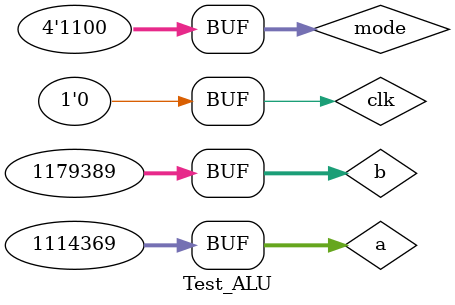
<source format=v>
`timescale 1ns / 1ps


module Test_ALU;

	// Inputs
	reg clk;
	reg [31:0] a;
	reg [31:0] b;
	reg [3:0] mode;

	// Outputs
	wire zero;
	wire [31:0] ALU_res;

	// Instantiate the Unit Under Test (UUT)
	ALU ALU_ins (
		.clk(clk),
		.a(a), 
		.b(b), 
		.mode(mode), 
		.zero(zero), 
		.ALU_res(ALU_res)
	);

	initial begin
		// Initialize Inputs
		clk = 0;
		a = 0;
		b = 1;
		mode = 0;
	end

		// Wait 100 ns for global reset to finish
		//#100;
   initial repeat (40) #5 clk = ~clk;   
		// Add stimulus here
	initial begin
		#20
		a = 32'h01010101;
		b = 32'h01010101;
		mode = 4'b0000;
		
		#20
		a = $random;
		b = $random;
		mode = 4'b0001;
		
		#20
		a = $random;
		b = $random;
		mode = 4'b0010;
		
		#20
		a = $random;
		b = $random;
		mode = 4'b0110;
		
		#20
		a = $random;
		b = $random;
		mode = 4'b0111;
		
		#20
		a = 32'h00110101;
		b = 32'h0011fefd;
		mode = 4'b1100;

	end
      
endmodule


</source>
